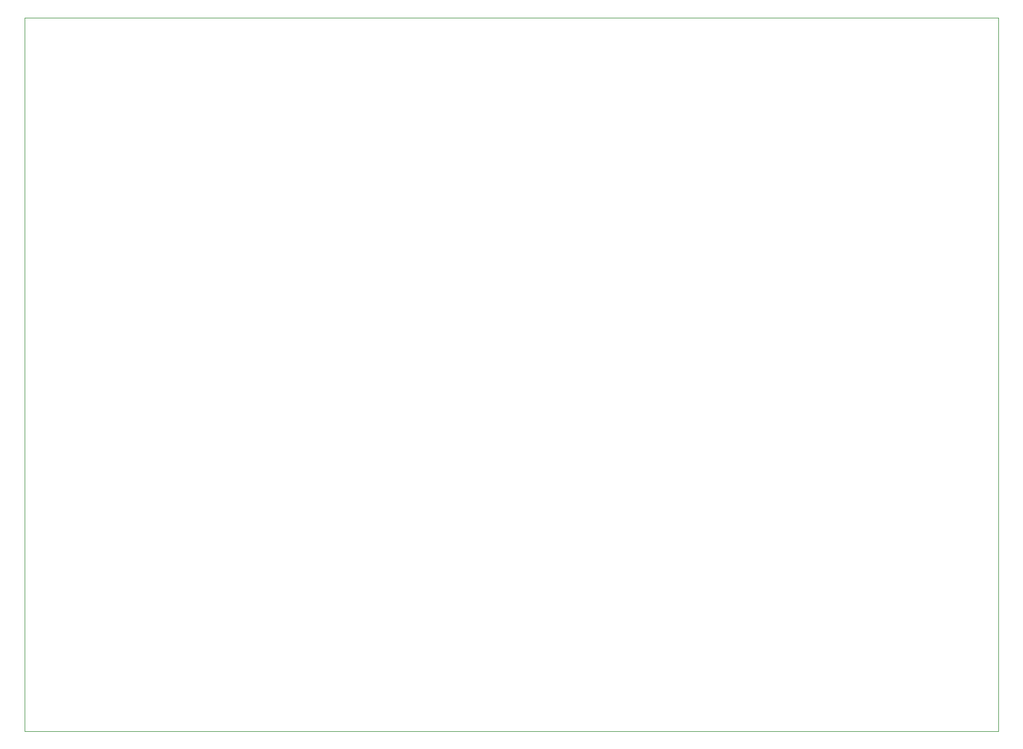
<source format=gbr>
%TF.GenerationSoftware,Altium Limited,Altium Designer,21.3.2 (30)*%
G04 Layer_Color=0*
%FSLAX24Y24*%
%MOIN*%
%TF.SameCoordinates,B2232A1B-76E2-43D3-9B88-882A457EFEF9*%
%TF.FilePolarity,Positive*%
%TF.FileFunction,Profile,NP*%
%TF.Part,Single*%
G01*
G75*
%TA.AperFunction,Profile*%
%ADD116C,0.0010*%
D116*
X0Y0D02*
X56660D01*
Y41490D01*
X0D01*
Y0D01*
%TF.MD5,ff3dd4846c89e6cb214e84eed35d551b*%
M02*

</source>
